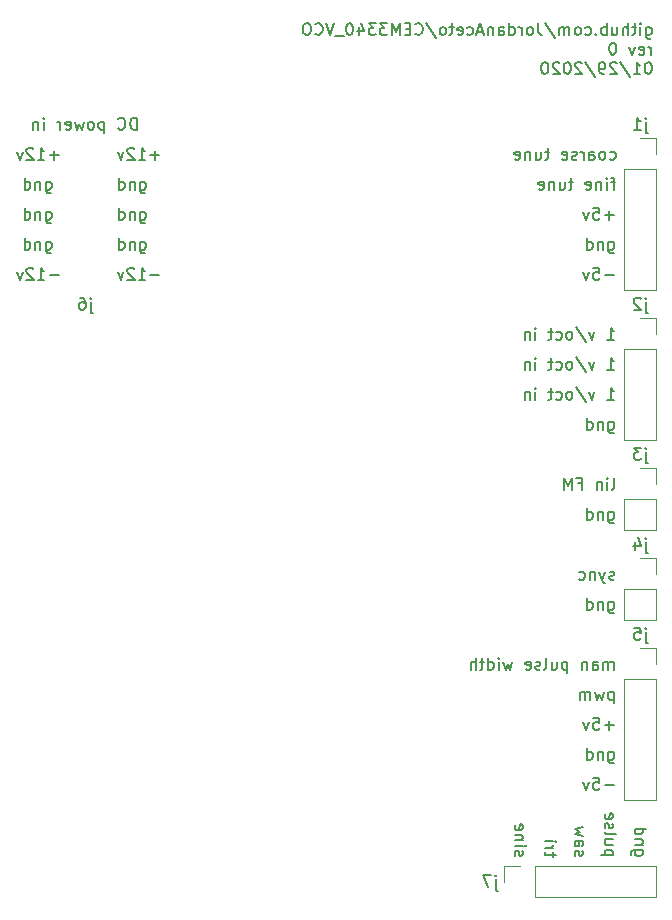
<source format=gbr>
G04 #@! TF.GenerationSoftware,KiCad,Pcbnew,5.1.5-52549c5~84~ubuntu18.04.1*
G04 #@! TF.CreationDate,2020-01-29T17:28:10-05:00*
G04 #@! TF.ProjectId,CEM3340_VCO,43454d33-3334-4305-9f56-434f2e6b6963,rev?*
G04 #@! TF.SameCoordinates,Original*
G04 #@! TF.FileFunction,Legend,Bot*
G04 #@! TF.FilePolarity,Positive*
%FSLAX46Y46*%
G04 Gerber Fmt 4.6, Leading zero omitted, Abs format (unit mm)*
G04 Created by KiCad (PCBNEW 5.1.5-52549c5~84~ubuntu18.04.1) date 2020-01-29 17:28:10*
%MOMM*%
%LPD*%
G04 APERTURE LIST*
%ADD10C,0.150000*%
%ADD11C,0.120000*%
G04 APERTURE END LIST*
D10*
X130045833Y-52745714D02*
X130045833Y-53555238D01*
X130093452Y-53650476D01*
X130141071Y-53698095D01*
X130236309Y-53745714D01*
X130379166Y-53745714D01*
X130474404Y-53698095D01*
X130045833Y-53364761D02*
X130141071Y-53412380D01*
X130331547Y-53412380D01*
X130426785Y-53364761D01*
X130474404Y-53317142D01*
X130522023Y-53221904D01*
X130522023Y-52936190D01*
X130474404Y-52840952D01*
X130426785Y-52793333D01*
X130331547Y-52745714D01*
X130141071Y-52745714D01*
X130045833Y-52793333D01*
X129569642Y-53412380D02*
X129569642Y-52745714D01*
X129569642Y-52412380D02*
X129617261Y-52460000D01*
X129569642Y-52507619D01*
X129522023Y-52460000D01*
X129569642Y-52412380D01*
X129569642Y-52507619D01*
X129236309Y-52745714D02*
X128855357Y-52745714D01*
X129093452Y-52412380D02*
X129093452Y-53269523D01*
X129045833Y-53364761D01*
X128950595Y-53412380D01*
X128855357Y-53412380D01*
X128522023Y-53412380D02*
X128522023Y-52412380D01*
X128093452Y-53412380D02*
X128093452Y-52888571D01*
X128141071Y-52793333D01*
X128236309Y-52745714D01*
X128379166Y-52745714D01*
X128474404Y-52793333D01*
X128522023Y-52840952D01*
X127188690Y-52745714D02*
X127188690Y-53412380D01*
X127617261Y-52745714D02*
X127617261Y-53269523D01*
X127569642Y-53364761D01*
X127474404Y-53412380D01*
X127331547Y-53412380D01*
X127236309Y-53364761D01*
X127188690Y-53317142D01*
X126712500Y-53412380D02*
X126712500Y-52412380D01*
X126712500Y-52793333D02*
X126617261Y-52745714D01*
X126426785Y-52745714D01*
X126331547Y-52793333D01*
X126283928Y-52840952D01*
X126236309Y-52936190D01*
X126236309Y-53221904D01*
X126283928Y-53317142D01*
X126331547Y-53364761D01*
X126426785Y-53412380D01*
X126617261Y-53412380D01*
X126712500Y-53364761D01*
X125807738Y-53317142D02*
X125760119Y-53364761D01*
X125807738Y-53412380D01*
X125855357Y-53364761D01*
X125807738Y-53317142D01*
X125807738Y-53412380D01*
X124902976Y-53364761D02*
X124998214Y-53412380D01*
X125188690Y-53412380D01*
X125283928Y-53364761D01*
X125331547Y-53317142D01*
X125379166Y-53221904D01*
X125379166Y-52936190D01*
X125331547Y-52840952D01*
X125283928Y-52793333D01*
X125188690Y-52745714D01*
X124998214Y-52745714D01*
X124902976Y-52793333D01*
X124331547Y-53412380D02*
X124426785Y-53364761D01*
X124474404Y-53317142D01*
X124522023Y-53221904D01*
X124522023Y-52936190D01*
X124474404Y-52840952D01*
X124426785Y-52793333D01*
X124331547Y-52745714D01*
X124188690Y-52745714D01*
X124093452Y-52793333D01*
X124045833Y-52840952D01*
X123998214Y-52936190D01*
X123998214Y-53221904D01*
X124045833Y-53317142D01*
X124093452Y-53364761D01*
X124188690Y-53412380D01*
X124331547Y-53412380D01*
X123569642Y-53412380D02*
X123569642Y-52745714D01*
X123569642Y-52840952D02*
X123522023Y-52793333D01*
X123426785Y-52745714D01*
X123283928Y-52745714D01*
X123188690Y-52793333D01*
X123141071Y-52888571D01*
X123141071Y-53412380D01*
X123141071Y-52888571D02*
X123093452Y-52793333D01*
X122998214Y-52745714D01*
X122855357Y-52745714D01*
X122760119Y-52793333D01*
X122712500Y-52888571D01*
X122712500Y-53412380D01*
X121522023Y-52364761D02*
X122379166Y-53650476D01*
X120902976Y-52412380D02*
X120902976Y-53126666D01*
X120950595Y-53269523D01*
X121045833Y-53364761D01*
X121188690Y-53412380D01*
X121283928Y-53412380D01*
X120283928Y-53412380D02*
X120379166Y-53364761D01*
X120426785Y-53317142D01*
X120474404Y-53221904D01*
X120474404Y-52936190D01*
X120426785Y-52840952D01*
X120379166Y-52793333D01*
X120283928Y-52745714D01*
X120141071Y-52745714D01*
X120045833Y-52793333D01*
X119998214Y-52840952D01*
X119950595Y-52936190D01*
X119950595Y-53221904D01*
X119998214Y-53317142D01*
X120045833Y-53364761D01*
X120141071Y-53412380D01*
X120283928Y-53412380D01*
X119522023Y-53412380D02*
X119522023Y-52745714D01*
X119522023Y-52936190D02*
X119474404Y-52840952D01*
X119426785Y-52793333D01*
X119331547Y-52745714D01*
X119236309Y-52745714D01*
X118474404Y-53412380D02*
X118474404Y-52412380D01*
X118474404Y-53364761D02*
X118569642Y-53412380D01*
X118760119Y-53412380D01*
X118855357Y-53364761D01*
X118902976Y-53317142D01*
X118950595Y-53221904D01*
X118950595Y-52936190D01*
X118902976Y-52840952D01*
X118855357Y-52793333D01*
X118760119Y-52745714D01*
X118569642Y-52745714D01*
X118474404Y-52793333D01*
X117569642Y-53412380D02*
X117569642Y-52888571D01*
X117617261Y-52793333D01*
X117712500Y-52745714D01*
X117902976Y-52745714D01*
X117998214Y-52793333D01*
X117569642Y-53364761D02*
X117664880Y-53412380D01*
X117902976Y-53412380D01*
X117998214Y-53364761D01*
X118045833Y-53269523D01*
X118045833Y-53174285D01*
X117998214Y-53079047D01*
X117902976Y-53031428D01*
X117664880Y-53031428D01*
X117569642Y-52983809D01*
X117093452Y-52745714D02*
X117093452Y-53412380D01*
X117093452Y-52840952D02*
X117045833Y-52793333D01*
X116950595Y-52745714D01*
X116807738Y-52745714D01*
X116712500Y-52793333D01*
X116664880Y-52888571D01*
X116664880Y-53412380D01*
X116236309Y-53126666D02*
X115760119Y-53126666D01*
X116331547Y-53412380D02*
X115998214Y-52412380D01*
X115664880Y-53412380D01*
X114902976Y-53364761D02*
X114998214Y-53412380D01*
X115188690Y-53412380D01*
X115283928Y-53364761D01*
X115331547Y-53317142D01*
X115379166Y-53221904D01*
X115379166Y-52936190D01*
X115331547Y-52840952D01*
X115283928Y-52793333D01*
X115188690Y-52745714D01*
X114998214Y-52745714D01*
X114902976Y-52793333D01*
X114093452Y-53364761D02*
X114188690Y-53412380D01*
X114379166Y-53412380D01*
X114474404Y-53364761D01*
X114522023Y-53269523D01*
X114522023Y-52888571D01*
X114474404Y-52793333D01*
X114379166Y-52745714D01*
X114188690Y-52745714D01*
X114093452Y-52793333D01*
X114045833Y-52888571D01*
X114045833Y-52983809D01*
X114522023Y-53079047D01*
X113760119Y-52745714D02*
X113379166Y-52745714D01*
X113617261Y-52412380D02*
X113617261Y-53269523D01*
X113569642Y-53364761D01*
X113474404Y-53412380D01*
X113379166Y-53412380D01*
X112902976Y-53412380D02*
X112998214Y-53364761D01*
X113045833Y-53317142D01*
X113093452Y-53221904D01*
X113093452Y-52936190D01*
X113045833Y-52840952D01*
X112998214Y-52793333D01*
X112902976Y-52745714D01*
X112760119Y-52745714D01*
X112664880Y-52793333D01*
X112617261Y-52840952D01*
X112569642Y-52936190D01*
X112569642Y-53221904D01*
X112617261Y-53317142D01*
X112664880Y-53364761D01*
X112760119Y-53412380D01*
X112902976Y-53412380D01*
X111426785Y-52364761D02*
X112283928Y-53650476D01*
X110522023Y-53317142D02*
X110569642Y-53364761D01*
X110712500Y-53412380D01*
X110807738Y-53412380D01*
X110950595Y-53364761D01*
X111045833Y-53269523D01*
X111093452Y-53174285D01*
X111141071Y-52983809D01*
X111141071Y-52840952D01*
X111093452Y-52650476D01*
X111045833Y-52555238D01*
X110950595Y-52460000D01*
X110807738Y-52412380D01*
X110712500Y-52412380D01*
X110569642Y-52460000D01*
X110522023Y-52507619D01*
X110093452Y-52888571D02*
X109760119Y-52888571D01*
X109617261Y-53412380D02*
X110093452Y-53412380D01*
X110093452Y-52412380D01*
X109617261Y-52412380D01*
X109188690Y-53412380D02*
X109188690Y-52412380D01*
X108855357Y-53126666D01*
X108522023Y-52412380D01*
X108522023Y-53412380D01*
X108141071Y-52412380D02*
X107522023Y-52412380D01*
X107855357Y-52793333D01*
X107712500Y-52793333D01*
X107617261Y-52840952D01*
X107569642Y-52888571D01*
X107522023Y-52983809D01*
X107522023Y-53221904D01*
X107569642Y-53317142D01*
X107617261Y-53364761D01*
X107712500Y-53412380D01*
X107998214Y-53412380D01*
X108093452Y-53364761D01*
X108141071Y-53317142D01*
X107188690Y-52412380D02*
X106569642Y-52412380D01*
X106902976Y-52793333D01*
X106760119Y-52793333D01*
X106664880Y-52840952D01*
X106617261Y-52888571D01*
X106569642Y-52983809D01*
X106569642Y-53221904D01*
X106617261Y-53317142D01*
X106664880Y-53364761D01*
X106760119Y-53412380D01*
X107045833Y-53412380D01*
X107141071Y-53364761D01*
X107188690Y-53317142D01*
X105712500Y-52745714D02*
X105712500Y-53412380D01*
X105950595Y-52364761D02*
X106188690Y-53079047D01*
X105569642Y-53079047D01*
X104998214Y-52412380D02*
X104902976Y-52412380D01*
X104807738Y-52460000D01*
X104760119Y-52507619D01*
X104712500Y-52602857D01*
X104664880Y-52793333D01*
X104664880Y-53031428D01*
X104712500Y-53221904D01*
X104760119Y-53317142D01*
X104807738Y-53364761D01*
X104902976Y-53412380D01*
X104998214Y-53412380D01*
X105093452Y-53364761D01*
X105141071Y-53317142D01*
X105188690Y-53221904D01*
X105236309Y-53031428D01*
X105236309Y-52793333D01*
X105188690Y-52602857D01*
X105141071Y-52507619D01*
X105093452Y-52460000D01*
X104998214Y-52412380D01*
X104474404Y-53507619D02*
X103712500Y-53507619D01*
X103617261Y-52412380D02*
X103283928Y-53412380D01*
X102950595Y-52412380D01*
X102045833Y-53317142D02*
X102093452Y-53364761D01*
X102236309Y-53412380D01*
X102331547Y-53412380D01*
X102474404Y-53364761D01*
X102569642Y-53269523D01*
X102617261Y-53174285D01*
X102664880Y-52983809D01*
X102664880Y-52840952D01*
X102617261Y-52650476D01*
X102569642Y-52555238D01*
X102474404Y-52460000D01*
X102331547Y-52412380D01*
X102236309Y-52412380D01*
X102093452Y-52460000D01*
X102045833Y-52507619D01*
X101426785Y-52412380D02*
X101236309Y-52412380D01*
X101141071Y-52460000D01*
X101045833Y-52555238D01*
X100998214Y-52745714D01*
X100998214Y-53079047D01*
X101045833Y-53269523D01*
X101141071Y-53364761D01*
X101236309Y-53412380D01*
X101426785Y-53412380D01*
X101522023Y-53364761D01*
X101617261Y-53269523D01*
X101664880Y-53079047D01*
X101664880Y-52745714D01*
X101617261Y-52555238D01*
X101522023Y-52460000D01*
X101426785Y-52412380D01*
X130474404Y-55062380D02*
X130474404Y-54395714D01*
X130474404Y-54586190D02*
X130426785Y-54490952D01*
X130379166Y-54443333D01*
X130283928Y-54395714D01*
X130188690Y-54395714D01*
X129474404Y-55014761D02*
X129569642Y-55062380D01*
X129760119Y-55062380D01*
X129855357Y-55014761D01*
X129902976Y-54919523D01*
X129902976Y-54538571D01*
X129855357Y-54443333D01*
X129760119Y-54395714D01*
X129569642Y-54395714D01*
X129474404Y-54443333D01*
X129426785Y-54538571D01*
X129426785Y-54633809D01*
X129902976Y-54729047D01*
X129093452Y-54395714D02*
X128855357Y-55062380D01*
X128617261Y-54395714D01*
X127283928Y-54062380D02*
X127188690Y-54062380D01*
X127093452Y-54110000D01*
X127045833Y-54157619D01*
X126998214Y-54252857D01*
X126950595Y-54443333D01*
X126950595Y-54681428D01*
X126998214Y-54871904D01*
X127045833Y-54967142D01*
X127093452Y-55014761D01*
X127188690Y-55062380D01*
X127283928Y-55062380D01*
X127379166Y-55014761D01*
X127426785Y-54967142D01*
X127474404Y-54871904D01*
X127522023Y-54681428D01*
X127522023Y-54443333D01*
X127474404Y-54252857D01*
X127426785Y-54157619D01*
X127379166Y-54110000D01*
X127283928Y-54062380D01*
X130283928Y-55712380D02*
X130188690Y-55712380D01*
X130093452Y-55760000D01*
X130045833Y-55807619D01*
X129998214Y-55902857D01*
X129950595Y-56093333D01*
X129950595Y-56331428D01*
X129998214Y-56521904D01*
X130045833Y-56617142D01*
X130093452Y-56664761D01*
X130188690Y-56712380D01*
X130283928Y-56712380D01*
X130379166Y-56664761D01*
X130426785Y-56617142D01*
X130474404Y-56521904D01*
X130522023Y-56331428D01*
X130522023Y-56093333D01*
X130474404Y-55902857D01*
X130426785Y-55807619D01*
X130379166Y-55760000D01*
X130283928Y-55712380D01*
X128998214Y-56712380D02*
X129569642Y-56712380D01*
X129283928Y-56712380D02*
X129283928Y-55712380D01*
X129379166Y-55855238D01*
X129474404Y-55950476D01*
X129569642Y-55998095D01*
X127855357Y-55664761D02*
X128712500Y-56950476D01*
X127569642Y-55807619D02*
X127522023Y-55760000D01*
X127426785Y-55712380D01*
X127188690Y-55712380D01*
X127093452Y-55760000D01*
X127045833Y-55807619D01*
X126998214Y-55902857D01*
X126998214Y-55998095D01*
X127045833Y-56140952D01*
X127617261Y-56712380D01*
X126998214Y-56712380D01*
X126522023Y-56712380D02*
X126331547Y-56712380D01*
X126236309Y-56664761D01*
X126188690Y-56617142D01*
X126093452Y-56474285D01*
X126045833Y-56283809D01*
X126045833Y-55902857D01*
X126093452Y-55807619D01*
X126141071Y-55760000D01*
X126236309Y-55712380D01*
X126426785Y-55712380D01*
X126522023Y-55760000D01*
X126569642Y-55807619D01*
X126617261Y-55902857D01*
X126617261Y-56140952D01*
X126569642Y-56236190D01*
X126522023Y-56283809D01*
X126426785Y-56331428D01*
X126236309Y-56331428D01*
X126141071Y-56283809D01*
X126093452Y-56236190D01*
X126045833Y-56140952D01*
X124902976Y-55664761D02*
X125760119Y-56950476D01*
X124617261Y-55807619D02*
X124569642Y-55760000D01*
X124474404Y-55712380D01*
X124236309Y-55712380D01*
X124141071Y-55760000D01*
X124093452Y-55807619D01*
X124045833Y-55902857D01*
X124045833Y-55998095D01*
X124093452Y-56140952D01*
X124664880Y-56712380D01*
X124045833Y-56712380D01*
X123426785Y-55712380D02*
X123331547Y-55712380D01*
X123236309Y-55760000D01*
X123188690Y-55807619D01*
X123141071Y-55902857D01*
X123093452Y-56093333D01*
X123093452Y-56331428D01*
X123141071Y-56521904D01*
X123188690Y-56617142D01*
X123236309Y-56664761D01*
X123331547Y-56712380D01*
X123426785Y-56712380D01*
X123522023Y-56664761D01*
X123569642Y-56617142D01*
X123617261Y-56521904D01*
X123664880Y-56331428D01*
X123664880Y-56093333D01*
X123617261Y-55902857D01*
X123569642Y-55807619D01*
X123522023Y-55760000D01*
X123426785Y-55712380D01*
X122712500Y-55807619D02*
X122664880Y-55760000D01*
X122569642Y-55712380D01*
X122331547Y-55712380D01*
X122236309Y-55760000D01*
X122188690Y-55807619D01*
X122141071Y-55902857D01*
X122141071Y-55998095D01*
X122188690Y-56140952D01*
X122760119Y-56712380D01*
X122141071Y-56712380D01*
X121522023Y-55712380D02*
X121426785Y-55712380D01*
X121331547Y-55760000D01*
X121283928Y-55807619D01*
X121236309Y-55902857D01*
X121188690Y-56093333D01*
X121188690Y-56331428D01*
X121236309Y-56521904D01*
X121283928Y-56617142D01*
X121331547Y-56664761D01*
X121426785Y-56712380D01*
X121522023Y-56712380D01*
X121617261Y-56664761D01*
X121664880Y-56617142D01*
X121712500Y-56521904D01*
X121760119Y-56331428D01*
X121760119Y-56093333D01*
X121712500Y-55902857D01*
X121664880Y-55807619D01*
X121617261Y-55760000D01*
X121522023Y-55712380D01*
X83026190Y-75985714D02*
X83026190Y-76842857D01*
X83073809Y-76938095D01*
X83169047Y-76985714D01*
X83216666Y-76985714D01*
X83026190Y-75652380D02*
X83073809Y-75700000D01*
X83026190Y-75747619D01*
X82978571Y-75700000D01*
X83026190Y-75652380D01*
X83026190Y-75747619D01*
X82121428Y-75652380D02*
X82311904Y-75652380D01*
X82407142Y-75700000D01*
X82454761Y-75747619D01*
X82550000Y-75890476D01*
X82597619Y-76080952D01*
X82597619Y-76461904D01*
X82550000Y-76557142D01*
X82502380Y-76604761D01*
X82407142Y-76652380D01*
X82216666Y-76652380D01*
X82121428Y-76604761D01*
X82073809Y-76557142D01*
X82026190Y-76461904D01*
X82026190Y-76223809D01*
X82073809Y-76128571D01*
X82121428Y-76080952D01*
X82216666Y-76033333D01*
X82407142Y-76033333D01*
X82502380Y-76080952D01*
X82550000Y-76128571D01*
X82597619Y-76223809D01*
X117316190Y-124880714D02*
X117316190Y-125737857D01*
X117363809Y-125833095D01*
X117459047Y-125880714D01*
X117506666Y-125880714D01*
X117316190Y-124547380D02*
X117363809Y-124595000D01*
X117316190Y-124642619D01*
X117268571Y-124595000D01*
X117316190Y-124547380D01*
X117316190Y-124642619D01*
X116935238Y-124547380D02*
X116268571Y-124547380D01*
X116697142Y-125547380D01*
X130016190Y-103925714D02*
X130016190Y-104782857D01*
X130063809Y-104878095D01*
X130159047Y-104925714D01*
X130206666Y-104925714D01*
X130016190Y-103592380D02*
X130063809Y-103640000D01*
X130016190Y-103687619D01*
X129968571Y-103640000D01*
X130016190Y-103592380D01*
X130016190Y-103687619D01*
X129063809Y-103592380D02*
X129540000Y-103592380D01*
X129587619Y-104068571D01*
X129540000Y-104020952D01*
X129444761Y-103973333D01*
X129206666Y-103973333D01*
X129111428Y-104020952D01*
X129063809Y-104068571D01*
X129016190Y-104163809D01*
X129016190Y-104401904D01*
X129063809Y-104497142D01*
X129111428Y-104544761D01*
X129206666Y-104592380D01*
X129444761Y-104592380D01*
X129540000Y-104544761D01*
X129587619Y-104497142D01*
X130016190Y-96305714D02*
X130016190Y-97162857D01*
X130063809Y-97258095D01*
X130159047Y-97305714D01*
X130206666Y-97305714D01*
X130016190Y-95972380D02*
X130063809Y-96020000D01*
X130016190Y-96067619D01*
X129968571Y-96020000D01*
X130016190Y-95972380D01*
X130016190Y-96067619D01*
X129111428Y-96305714D02*
X129111428Y-96972380D01*
X129349523Y-95924761D02*
X129587619Y-96639047D01*
X128968571Y-96639047D01*
X130016190Y-88685714D02*
X130016190Y-89542857D01*
X130063809Y-89638095D01*
X130159047Y-89685714D01*
X130206666Y-89685714D01*
X130016190Y-88352380D02*
X130063809Y-88400000D01*
X130016190Y-88447619D01*
X129968571Y-88400000D01*
X130016190Y-88352380D01*
X130016190Y-88447619D01*
X129635238Y-88352380D02*
X129016190Y-88352380D01*
X129349523Y-88733333D01*
X129206666Y-88733333D01*
X129111428Y-88780952D01*
X129063809Y-88828571D01*
X129016190Y-88923809D01*
X129016190Y-89161904D01*
X129063809Y-89257142D01*
X129111428Y-89304761D01*
X129206666Y-89352380D01*
X129492380Y-89352380D01*
X129587619Y-89304761D01*
X129635238Y-89257142D01*
X130016190Y-75985714D02*
X130016190Y-76842857D01*
X130063809Y-76938095D01*
X130159047Y-76985714D01*
X130206666Y-76985714D01*
X130016190Y-75652380D02*
X130063809Y-75700000D01*
X130016190Y-75747619D01*
X129968571Y-75700000D01*
X130016190Y-75652380D01*
X130016190Y-75747619D01*
X129587619Y-75747619D02*
X129540000Y-75700000D01*
X129444761Y-75652380D01*
X129206666Y-75652380D01*
X129111428Y-75700000D01*
X129063809Y-75747619D01*
X129016190Y-75842857D01*
X129016190Y-75938095D01*
X129063809Y-76080952D01*
X129635238Y-76652380D01*
X129016190Y-76652380D01*
X130016190Y-60745714D02*
X130016190Y-61602857D01*
X130063809Y-61698095D01*
X130159047Y-61745714D01*
X130206666Y-61745714D01*
X130016190Y-60412380D02*
X130063809Y-60460000D01*
X130016190Y-60507619D01*
X129968571Y-60460000D01*
X130016190Y-60412380D01*
X130016190Y-60507619D01*
X129016190Y-61412380D02*
X129587619Y-61412380D01*
X129301904Y-61412380D02*
X129301904Y-60412380D01*
X129397142Y-60555238D01*
X129492380Y-60650476D01*
X129587619Y-60698095D01*
X86930952Y-61412380D02*
X86930952Y-60412380D01*
X86692857Y-60412380D01*
X86550000Y-60460000D01*
X86454761Y-60555238D01*
X86407142Y-60650476D01*
X86359523Y-60840952D01*
X86359523Y-60983809D01*
X86407142Y-61174285D01*
X86454761Y-61269523D01*
X86550000Y-61364761D01*
X86692857Y-61412380D01*
X86930952Y-61412380D01*
X85359523Y-61317142D02*
X85407142Y-61364761D01*
X85550000Y-61412380D01*
X85645238Y-61412380D01*
X85788095Y-61364761D01*
X85883333Y-61269523D01*
X85930952Y-61174285D01*
X85978571Y-60983809D01*
X85978571Y-60840952D01*
X85930952Y-60650476D01*
X85883333Y-60555238D01*
X85788095Y-60460000D01*
X85645238Y-60412380D01*
X85550000Y-60412380D01*
X85407142Y-60460000D01*
X85359523Y-60507619D01*
X84169047Y-60745714D02*
X84169047Y-61745714D01*
X84169047Y-60793333D02*
X84073809Y-60745714D01*
X83883333Y-60745714D01*
X83788095Y-60793333D01*
X83740476Y-60840952D01*
X83692857Y-60936190D01*
X83692857Y-61221904D01*
X83740476Y-61317142D01*
X83788095Y-61364761D01*
X83883333Y-61412380D01*
X84073809Y-61412380D01*
X84169047Y-61364761D01*
X83121428Y-61412380D02*
X83216666Y-61364761D01*
X83264285Y-61317142D01*
X83311904Y-61221904D01*
X83311904Y-60936190D01*
X83264285Y-60840952D01*
X83216666Y-60793333D01*
X83121428Y-60745714D01*
X82978571Y-60745714D01*
X82883333Y-60793333D01*
X82835714Y-60840952D01*
X82788095Y-60936190D01*
X82788095Y-61221904D01*
X82835714Y-61317142D01*
X82883333Y-61364761D01*
X82978571Y-61412380D01*
X83121428Y-61412380D01*
X82454761Y-60745714D02*
X82264285Y-61412380D01*
X82073809Y-60936190D01*
X81883333Y-61412380D01*
X81692857Y-60745714D01*
X80930952Y-61364761D02*
X81026190Y-61412380D01*
X81216666Y-61412380D01*
X81311904Y-61364761D01*
X81359523Y-61269523D01*
X81359523Y-60888571D01*
X81311904Y-60793333D01*
X81216666Y-60745714D01*
X81026190Y-60745714D01*
X80930952Y-60793333D01*
X80883333Y-60888571D01*
X80883333Y-60983809D01*
X81359523Y-61079047D01*
X80454761Y-61412380D02*
X80454761Y-60745714D01*
X80454761Y-60936190D02*
X80407142Y-60840952D01*
X80359523Y-60793333D01*
X80264285Y-60745714D01*
X80169047Y-60745714D01*
X79073809Y-61412380D02*
X79073809Y-60745714D01*
X79073809Y-60412380D02*
X79121428Y-60460000D01*
X79073809Y-60507619D01*
X79026190Y-60460000D01*
X79073809Y-60412380D01*
X79073809Y-60507619D01*
X78597619Y-60745714D02*
X78597619Y-61412380D01*
X78597619Y-60840952D02*
X78550000Y-60793333D01*
X78454761Y-60745714D01*
X78311904Y-60745714D01*
X78216666Y-60793333D01*
X78169047Y-60888571D01*
X78169047Y-61412380D01*
X80309404Y-73731428D02*
X79547500Y-73731428D01*
X78547500Y-74112380D02*
X79118928Y-74112380D01*
X78833214Y-74112380D02*
X78833214Y-73112380D01*
X78928452Y-73255238D01*
X79023690Y-73350476D01*
X79118928Y-73398095D01*
X78166547Y-73207619D02*
X78118928Y-73160000D01*
X78023690Y-73112380D01*
X77785595Y-73112380D01*
X77690357Y-73160000D01*
X77642738Y-73207619D01*
X77595119Y-73302857D01*
X77595119Y-73398095D01*
X77642738Y-73540952D01*
X78214166Y-74112380D01*
X77595119Y-74112380D01*
X77261785Y-73445714D02*
X77023690Y-74112380D01*
X76785595Y-73445714D01*
X88854166Y-73731428D02*
X88092261Y-73731428D01*
X87092261Y-74112380D02*
X87663690Y-74112380D01*
X87377976Y-74112380D02*
X87377976Y-73112380D01*
X87473214Y-73255238D01*
X87568452Y-73350476D01*
X87663690Y-73398095D01*
X86711309Y-73207619D02*
X86663690Y-73160000D01*
X86568452Y-73112380D01*
X86330357Y-73112380D01*
X86235119Y-73160000D01*
X86187500Y-73207619D01*
X86139880Y-73302857D01*
X86139880Y-73398095D01*
X86187500Y-73540952D01*
X86758928Y-74112380D01*
X86139880Y-74112380D01*
X85806547Y-73445714D02*
X85568452Y-74112380D01*
X85330357Y-73445714D01*
X80309404Y-63571428D02*
X79547500Y-63571428D01*
X79928452Y-63952380D02*
X79928452Y-63190476D01*
X78547500Y-63952380D02*
X79118928Y-63952380D01*
X78833214Y-63952380D02*
X78833214Y-62952380D01*
X78928452Y-63095238D01*
X79023690Y-63190476D01*
X79118928Y-63238095D01*
X78166547Y-63047619D02*
X78118928Y-63000000D01*
X78023690Y-62952380D01*
X77785595Y-62952380D01*
X77690357Y-63000000D01*
X77642738Y-63047619D01*
X77595119Y-63142857D01*
X77595119Y-63238095D01*
X77642738Y-63380952D01*
X78214166Y-63952380D01*
X77595119Y-63952380D01*
X77261785Y-63285714D02*
X77023690Y-63952380D01*
X76785595Y-63285714D01*
X79245833Y-68365714D02*
X79245833Y-69175238D01*
X79293452Y-69270476D01*
X79341071Y-69318095D01*
X79436309Y-69365714D01*
X79579166Y-69365714D01*
X79674404Y-69318095D01*
X79245833Y-68984761D02*
X79341071Y-69032380D01*
X79531547Y-69032380D01*
X79626785Y-68984761D01*
X79674404Y-68937142D01*
X79722023Y-68841904D01*
X79722023Y-68556190D01*
X79674404Y-68460952D01*
X79626785Y-68413333D01*
X79531547Y-68365714D01*
X79341071Y-68365714D01*
X79245833Y-68413333D01*
X78769642Y-68365714D02*
X78769642Y-69032380D01*
X78769642Y-68460952D02*
X78722023Y-68413333D01*
X78626785Y-68365714D01*
X78483928Y-68365714D01*
X78388690Y-68413333D01*
X78341071Y-68508571D01*
X78341071Y-69032380D01*
X77436309Y-69032380D02*
X77436309Y-68032380D01*
X77436309Y-68984761D02*
X77531547Y-69032380D01*
X77722023Y-69032380D01*
X77817261Y-68984761D01*
X77864880Y-68937142D01*
X77912500Y-68841904D01*
X77912500Y-68556190D01*
X77864880Y-68460952D01*
X77817261Y-68413333D01*
X77722023Y-68365714D01*
X77531547Y-68365714D01*
X77436309Y-68413333D01*
X79245833Y-65825714D02*
X79245833Y-66635238D01*
X79293452Y-66730476D01*
X79341071Y-66778095D01*
X79436309Y-66825714D01*
X79579166Y-66825714D01*
X79674404Y-66778095D01*
X79245833Y-66444761D02*
X79341071Y-66492380D01*
X79531547Y-66492380D01*
X79626785Y-66444761D01*
X79674404Y-66397142D01*
X79722023Y-66301904D01*
X79722023Y-66016190D01*
X79674404Y-65920952D01*
X79626785Y-65873333D01*
X79531547Y-65825714D01*
X79341071Y-65825714D01*
X79245833Y-65873333D01*
X78769642Y-65825714D02*
X78769642Y-66492380D01*
X78769642Y-65920952D02*
X78722023Y-65873333D01*
X78626785Y-65825714D01*
X78483928Y-65825714D01*
X78388690Y-65873333D01*
X78341071Y-65968571D01*
X78341071Y-66492380D01*
X77436309Y-66492380D02*
X77436309Y-65492380D01*
X77436309Y-66444761D02*
X77531547Y-66492380D01*
X77722023Y-66492380D01*
X77817261Y-66444761D01*
X77864880Y-66397142D01*
X77912500Y-66301904D01*
X77912500Y-66016190D01*
X77864880Y-65920952D01*
X77817261Y-65873333D01*
X77722023Y-65825714D01*
X77531547Y-65825714D01*
X77436309Y-65873333D01*
X79245833Y-70905714D02*
X79245833Y-71715238D01*
X79293452Y-71810476D01*
X79341071Y-71858095D01*
X79436309Y-71905714D01*
X79579166Y-71905714D01*
X79674404Y-71858095D01*
X79245833Y-71524761D02*
X79341071Y-71572380D01*
X79531547Y-71572380D01*
X79626785Y-71524761D01*
X79674404Y-71477142D01*
X79722023Y-71381904D01*
X79722023Y-71096190D01*
X79674404Y-71000952D01*
X79626785Y-70953333D01*
X79531547Y-70905714D01*
X79341071Y-70905714D01*
X79245833Y-70953333D01*
X78769642Y-70905714D02*
X78769642Y-71572380D01*
X78769642Y-71000952D02*
X78722023Y-70953333D01*
X78626785Y-70905714D01*
X78483928Y-70905714D01*
X78388690Y-70953333D01*
X78341071Y-71048571D01*
X78341071Y-71572380D01*
X77436309Y-71572380D02*
X77436309Y-70572380D01*
X77436309Y-71524761D02*
X77531547Y-71572380D01*
X77722023Y-71572380D01*
X77817261Y-71524761D01*
X77864880Y-71477142D01*
X77912500Y-71381904D01*
X77912500Y-71096190D01*
X77864880Y-71000952D01*
X77817261Y-70953333D01*
X77722023Y-70905714D01*
X77531547Y-70905714D01*
X77436309Y-70953333D01*
X87235119Y-70905714D02*
X87235119Y-71715238D01*
X87282738Y-71810476D01*
X87330357Y-71858095D01*
X87425595Y-71905714D01*
X87568452Y-71905714D01*
X87663690Y-71858095D01*
X87235119Y-71524761D02*
X87330357Y-71572380D01*
X87520833Y-71572380D01*
X87616071Y-71524761D01*
X87663690Y-71477142D01*
X87711309Y-71381904D01*
X87711309Y-71096190D01*
X87663690Y-71000952D01*
X87616071Y-70953333D01*
X87520833Y-70905714D01*
X87330357Y-70905714D01*
X87235119Y-70953333D01*
X86758928Y-70905714D02*
X86758928Y-71572380D01*
X86758928Y-71000952D02*
X86711309Y-70953333D01*
X86616071Y-70905714D01*
X86473214Y-70905714D01*
X86377976Y-70953333D01*
X86330357Y-71048571D01*
X86330357Y-71572380D01*
X85425595Y-71572380D02*
X85425595Y-70572380D01*
X85425595Y-71524761D02*
X85520833Y-71572380D01*
X85711309Y-71572380D01*
X85806547Y-71524761D01*
X85854166Y-71477142D01*
X85901785Y-71381904D01*
X85901785Y-71096190D01*
X85854166Y-71000952D01*
X85806547Y-70953333D01*
X85711309Y-70905714D01*
X85520833Y-70905714D01*
X85425595Y-70953333D01*
X87235119Y-68365714D02*
X87235119Y-69175238D01*
X87282738Y-69270476D01*
X87330357Y-69318095D01*
X87425595Y-69365714D01*
X87568452Y-69365714D01*
X87663690Y-69318095D01*
X87235119Y-68984761D02*
X87330357Y-69032380D01*
X87520833Y-69032380D01*
X87616071Y-68984761D01*
X87663690Y-68937142D01*
X87711309Y-68841904D01*
X87711309Y-68556190D01*
X87663690Y-68460952D01*
X87616071Y-68413333D01*
X87520833Y-68365714D01*
X87330357Y-68365714D01*
X87235119Y-68413333D01*
X86758928Y-68365714D02*
X86758928Y-69032380D01*
X86758928Y-68460952D02*
X86711309Y-68413333D01*
X86616071Y-68365714D01*
X86473214Y-68365714D01*
X86377976Y-68413333D01*
X86330357Y-68508571D01*
X86330357Y-69032380D01*
X85425595Y-69032380D02*
X85425595Y-68032380D01*
X85425595Y-68984761D02*
X85520833Y-69032380D01*
X85711309Y-69032380D01*
X85806547Y-68984761D01*
X85854166Y-68937142D01*
X85901785Y-68841904D01*
X85901785Y-68556190D01*
X85854166Y-68460952D01*
X85806547Y-68413333D01*
X85711309Y-68365714D01*
X85520833Y-68365714D01*
X85425595Y-68413333D01*
X87235119Y-65825714D02*
X87235119Y-66635238D01*
X87282738Y-66730476D01*
X87330357Y-66778095D01*
X87425595Y-66825714D01*
X87568452Y-66825714D01*
X87663690Y-66778095D01*
X87235119Y-66444761D02*
X87330357Y-66492380D01*
X87520833Y-66492380D01*
X87616071Y-66444761D01*
X87663690Y-66397142D01*
X87711309Y-66301904D01*
X87711309Y-66016190D01*
X87663690Y-65920952D01*
X87616071Y-65873333D01*
X87520833Y-65825714D01*
X87330357Y-65825714D01*
X87235119Y-65873333D01*
X86758928Y-65825714D02*
X86758928Y-66492380D01*
X86758928Y-65920952D02*
X86711309Y-65873333D01*
X86616071Y-65825714D01*
X86473214Y-65825714D01*
X86377976Y-65873333D01*
X86330357Y-65968571D01*
X86330357Y-66492380D01*
X85425595Y-66492380D02*
X85425595Y-65492380D01*
X85425595Y-66444761D02*
X85520833Y-66492380D01*
X85711309Y-66492380D01*
X85806547Y-66444761D01*
X85854166Y-66397142D01*
X85901785Y-66301904D01*
X85901785Y-66016190D01*
X85854166Y-65920952D01*
X85806547Y-65873333D01*
X85711309Y-65825714D01*
X85520833Y-65825714D01*
X85425595Y-65873333D01*
X88854166Y-63571428D02*
X88092261Y-63571428D01*
X88473214Y-63952380D02*
X88473214Y-63190476D01*
X87092261Y-63952380D02*
X87663690Y-63952380D01*
X87377976Y-63952380D02*
X87377976Y-62952380D01*
X87473214Y-63095238D01*
X87568452Y-63190476D01*
X87663690Y-63238095D01*
X86711309Y-63047619D02*
X86663690Y-63000000D01*
X86568452Y-62952380D01*
X86330357Y-62952380D01*
X86235119Y-63000000D01*
X86187500Y-63047619D01*
X86139880Y-63142857D01*
X86139880Y-63238095D01*
X86187500Y-63380952D01*
X86758928Y-63952380D01*
X86139880Y-63952380D01*
X85806547Y-63285714D02*
X85568452Y-63952380D01*
X85330357Y-63285714D01*
X127299404Y-109005714D02*
X127299404Y-110005714D01*
X127299404Y-109053333D02*
X127204166Y-109005714D01*
X127013690Y-109005714D01*
X126918452Y-109053333D01*
X126870833Y-109100952D01*
X126823214Y-109196190D01*
X126823214Y-109481904D01*
X126870833Y-109577142D01*
X126918452Y-109624761D01*
X127013690Y-109672380D01*
X127204166Y-109672380D01*
X127299404Y-109624761D01*
X126489880Y-109005714D02*
X126299404Y-109672380D01*
X126108928Y-109196190D01*
X125918452Y-109672380D01*
X125727976Y-109005714D01*
X125347023Y-109672380D02*
X125347023Y-109005714D01*
X125347023Y-109100952D02*
X125299404Y-109053333D01*
X125204166Y-109005714D01*
X125061309Y-109005714D01*
X124966071Y-109053333D01*
X124918452Y-109148571D01*
X124918452Y-109672380D01*
X124918452Y-109148571D02*
X124870833Y-109053333D01*
X124775595Y-109005714D01*
X124632738Y-109005714D01*
X124537500Y-109053333D01*
X124489880Y-109148571D01*
X124489880Y-109672380D01*
X127299404Y-107132380D02*
X127299404Y-106465714D01*
X127299404Y-106560952D02*
X127251785Y-106513333D01*
X127156547Y-106465714D01*
X127013690Y-106465714D01*
X126918452Y-106513333D01*
X126870833Y-106608571D01*
X126870833Y-107132380D01*
X126870833Y-106608571D02*
X126823214Y-106513333D01*
X126727976Y-106465714D01*
X126585119Y-106465714D01*
X126489880Y-106513333D01*
X126442261Y-106608571D01*
X126442261Y-107132380D01*
X125537500Y-107132380D02*
X125537500Y-106608571D01*
X125585119Y-106513333D01*
X125680357Y-106465714D01*
X125870833Y-106465714D01*
X125966071Y-106513333D01*
X125537500Y-107084761D02*
X125632738Y-107132380D01*
X125870833Y-107132380D01*
X125966071Y-107084761D01*
X126013690Y-106989523D01*
X126013690Y-106894285D01*
X125966071Y-106799047D01*
X125870833Y-106751428D01*
X125632738Y-106751428D01*
X125537500Y-106703809D01*
X125061309Y-106465714D02*
X125061309Y-107132380D01*
X125061309Y-106560952D02*
X125013690Y-106513333D01*
X124918452Y-106465714D01*
X124775595Y-106465714D01*
X124680357Y-106513333D01*
X124632738Y-106608571D01*
X124632738Y-107132380D01*
X123394642Y-106465714D02*
X123394642Y-107465714D01*
X123394642Y-106513333D02*
X123299404Y-106465714D01*
X123108928Y-106465714D01*
X123013690Y-106513333D01*
X122966071Y-106560952D01*
X122918452Y-106656190D01*
X122918452Y-106941904D01*
X122966071Y-107037142D01*
X123013690Y-107084761D01*
X123108928Y-107132380D01*
X123299404Y-107132380D01*
X123394642Y-107084761D01*
X122061309Y-106465714D02*
X122061309Y-107132380D01*
X122489880Y-106465714D02*
X122489880Y-106989523D01*
X122442261Y-107084761D01*
X122347023Y-107132380D01*
X122204166Y-107132380D01*
X122108928Y-107084761D01*
X122061309Y-107037142D01*
X121442261Y-107132380D02*
X121537500Y-107084761D01*
X121585119Y-106989523D01*
X121585119Y-106132380D01*
X121108928Y-107084761D02*
X121013690Y-107132380D01*
X120823214Y-107132380D01*
X120727976Y-107084761D01*
X120680357Y-106989523D01*
X120680357Y-106941904D01*
X120727976Y-106846666D01*
X120823214Y-106799047D01*
X120966071Y-106799047D01*
X121061309Y-106751428D01*
X121108928Y-106656190D01*
X121108928Y-106608571D01*
X121061309Y-106513333D01*
X120966071Y-106465714D01*
X120823214Y-106465714D01*
X120727976Y-106513333D01*
X119870833Y-107084761D02*
X119966071Y-107132380D01*
X120156547Y-107132380D01*
X120251785Y-107084761D01*
X120299404Y-106989523D01*
X120299404Y-106608571D01*
X120251785Y-106513333D01*
X120156547Y-106465714D01*
X119966071Y-106465714D01*
X119870833Y-106513333D01*
X119823214Y-106608571D01*
X119823214Y-106703809D01*
X120299404Y-106799047D01*
X118727976Y-106465714D02*
X118537500Y-107132380D01*
X118347023Y-106656190D01*
X118156547Y-107132380D01*
X117966071Y-106465714D01*
X117585119Y-107132380D02*
X117585119Y-106465714D01*
X117585119Y-106132380D02*
X117632738Y-106180000D01*
X117585119Y-106227619D01*
X117537500Y-106180000D01*
X117585119Y-106132380D01*
X117585119Y-106227619D01*
X116680357Y-107132380D02*
X116680357Y-106132380D01*
X116680357Y-107084761D02*
X116775595Y-107132380D01*
X116966071Y-107132380D01*
X117061309Y-107084761D01*
X117108928Y-107037142D01*
X117156547Y-106941904D01*
X117156547Y-106656190D01*
X117108928Y-106560952D01*
X117061309Y-106513333D01*
X116966071Y-106465714D01*
X116775595Y-106465714D01*
X116680357Y-106513333D01*
X116347023Y-106465714D02*
X115966071Y-106465714D01*
X116204166Y-106132380D02*
X116204166Y-106989523D01*
X116156547Y-107084761D01*
X116061309Y-107132380D01*
X115966071Y-107132380D01*
X115632738Y-107132380D02*
X115632738Y-106132380D01*
X115204166Y-107132380D02*
X115204166Y-106608571D01*
X115251785Y-106513333D01*
X115347023Y-106465714D01*
X115489880Y-106465714D01*
X115585119Y-106513333D01*
X115632738Y-106560952D01*
X127347023Y-99464761D02*
X127251785Y-99512380D01*
X127061309Y-99512380D01*
X126966071Y-99464761D01*
X126918452Y-99369523D01*
X126918452Y-99321904D01*
X126966071Y-99226666D01*
X127061309Y-99179047D01*
X127204166Y-99179047D01*
X127299404Y-99131428D01*
X127347023Y-99036190D01*
X127347023Y-98988571D01*
X127299404Y-98893333D01*
X127204166Y-98845714D01*
X127061309Y-98845714D01*
X126966071Y-98893333D01*
X126585119Y-98845714D02*
X126347023Y-99512380D01*
X126108928Y-98845714D02*
X126347023Y-99512380D01*
X126442261Y-99750476D01*
X126489880Y-99798095D01*
X126585119Y-99845714D01*
X125727976Y-98845714D02*
X125727976Y-99512380D01*
X125727976Y-98940952D02*
X125680357Y-98893333D01*
X125585119Y-98845714D01*
X125442261Y-98845714D01*
X125347023Y-98893333D01*
X125299404Y-98988571D01*
X125299404Y-99512380D01*
X124394642Y-99464761D02*
X124489880Y-99512380D01*
X124680357Y-99512380D01*
X124775595Y-99464761D01*
X124823214Y-99417142D01*
X124870833Y-99321904D01*
X124870833Y-99036190D01*
X124823214Y-98940952D01*
X124775595Y-98893333D01*
X124680357Y-98845714D01*
X124489880Y-98845714D01*
X124394642Y-98893333D01*
X127156547Y-91892380D02*
X127251785Y-91844761D01*
X127299404Y-91749523D01*
X127299404Y-90892380D01*
X126775595Y-91892380D02*
X126775595Y-91225714D01*
X126775595Y-90892380D02*
X126823214Y-90940000D01*
X126775595Y-90987619D01*
X126727976Y-90940000D01*
X126775595Y-90892380D01*
X126775595Y-90987619D01*
X126299404Y-91225714D02*
X126299404Y-91892380D01*
X126299404Y-91320952D02*
X126251785Y-91273333D01*
X126156547Y-91225714D01*
X126013690Y-91225714D01*
X125918452Y-91273333D01*
X125870833Y-91368571D01*
X125870833Y-91892380D01*
X124299404Y-91368571D02*
X124632738Y-91368571D01*
X124632738Y-91892380D02*
X124632738Y-90892380D01*
X124156547Y-90892380D01*
X123775595Y-91892380D02*
X123775595Y-90892380D01*
X123442261Y-91606666D01*
X123108928Y-90892380D01*
X123108928Y-91892380D01*
X127214285Y-122854404D02*
X126214285Y-122854404D01*
X127166666Y-122854404D02*
X127214285Y-122759166D01*
X127214285Y-122568690D01*
X127166666Y-122473452D01*
X127119047Y-122425833D01*
X127023809Y-122378214D01*
X126738095Y-122378214D01*
X126642857Y-122425833D01*
X126595238Y-122473452D01*
X126547619Y-122568690D01*
X126547619Y-122759166D01*
X126595238Y-122854404D01*
X127214285Y-121521071D02*
X126547619Y-121521071D01*
X127214285Y-121949642D02*
X126690476Y-121949642D01*
X126595238Y-121902023D01*
X126547619Y-121806785D01*
X126547619Y-121663928D01*
X126595238Y-121568690D01*
X126642857Y-121521071D01*
X126547619Y-120902023D02*
X126595238Y-120997261D01*
X126690476Y-121044880D01*
X127547619Y-121044880D01*
X126595238Y-120568690D02*
X126547619Y-120473452D01*
X126547619Y-120282976D01*
X126595238Y-120187738D01*
X126690476Y-120140119D01*
X126738095Y-120140119D01*
X126833333Y-120187738D01*
X126880952Y-120282976D01*
X126880952Y-120425833D01*
X126928571Y-120521071D01*
X127023809Y-120568690D01*
X127071428Y-120568690D01*
X127166666Y-120521071D01*
X127214285Y-120425833D01*
X127214285Y-120282976D01*
X127166666Y-120187738D01*
X126595238Y-119330595D02*
X126547619Y-119425833D01*
X126547619Y-119616309D01*
X126595238Y-119711547D01*
X126690476Y-119759166D01*
X127071428Y-119759166D01*
X127166666Y-119711547D01*
X127214285Y-119616309D01*
X127214285Y-119425833D01*
X127166666Y-119330595D01*
X127071428Y-119282976D01*
X126976190Y-119282976D01*
X126880952Y-119759166D01*
X124055238Y-122902023D02*
X124007619Y-122806785D01*
X124007619Y-122616309D01*
X124055238Y-122521071D01*
X124150476Y-122473452D01*
X124198095Y-122473452D01*
X124293333Y-122521071D01*
X124340952Y-122616309D01*
X124340952Y-122759166D01*
X124388571Y-122854404D01*
X124483809Y-122902023D01*
X124531428Y-122902023D01*
X124626666Y-122854404D01*
X124674285Y-122759166D01*
X124674285Y-122616309D01*
X124626666Y-122521071D01*
X124007619Y-121616309D02*
X124531428Y-121616309D01*
X124626666Y-121663928D01*
X124674285Y-121759166D01*
X124674285Y-121949642D01*
X124626666Y-122044880D01*
X124055238Y-121616309D02*
X124007619Y-121711547D01*
X124007619Y-121949642D01*
X124055238Y-122044880D01*
X124150476Y-122092500D01*
X124245714Y-122092500D01*
X124340952Y-122044880D01*
X124388571Y-121949642D01*
X124388571Y-121711547D01*
X124436190Y-121616309D01*
X124674285Y-121235357D02*
X124007619Y-121044880D01*
X124483809Y-120854404D01*
X124007619Y-120663928D01*
X124674285Y-120473452D01*
X122134285Y-122997261D02*
X122134285Y-122616309D01*
X122467619Y-122854404D02*
X121610476Y-122854404D01*
X121515238Y-122806785D01*
X121467619Y-122711547D01*
X121467619Y-122616309D01*
X121467619Y-122282976D02*
X122134285Y-122282976D01*
X121943809Y-122282976D02*
X122039047Y-122235357D01*
X122086666Y-122187738D01*
X122134285Y-122092500D01*
X122134285Y-121997261D01*
X121467619Y-121663928D02*
X122134285Y-121663928D01*
X122467619Y-121663928D02*
X122420000Y-121711547D01*
X122372380Y-121663928D01*
X122420000Y-121616309D01*
X122467619Y-121663928D01*
X122372380Y-121663928D01*
X118975238Y-122902023D02*
X118927619Y-122806785D01*
X118927619Y-122616309D01*
X118975238Y-122521071D01*
X119070476Y-122473452D01*
X119118095Y-122473452D01*
X119213333Y-122521071D01*
X119260952Y-122616309D01*
X119260952Y-122759166D01*
X119308571Y-122854404D01*
X119403809Y-122902023D01*
X119451428Y-122902023D01*
X119546666Y-122854404D01*
X119594285Y-122759166D01*
X119594285Y-122616309D01*
X119546666Y-122521071D01*
X118927619Y-122044880D02*
X119594285Y-122044880D01*
X119927619Y-122044880D02*
X119880000Y-122092500D01*
X119832380Y-122044880D01*
X119880000Y-121997261D01*
X119927619Y-122044880D01*
X119832380Y-122044880D01*
X119594285Y-121568690D02*
X118927619Y-121568690D01*
X119499047Y-121568690D02*
X119546666Y-121521071D01*
X119594285Y-121425833D01*
X119594285Y-121282976D01*
X119546666Y-121187738D01*
X119451428Y-121140119D01*
X118927619Y-121140119D01*
X118975238Y-120282976D02*
X118927619Y-120378214D01*
X118927619Y-120568690D01*
X118975238Y-120663928D01*
X119070476Y-120711547D01*
X119451428Y-120711547D01*
X119546666Y-120663928D01*
X119594285Y-120568690D01*
X119594285Y-120378214D01*
X119546666Y-120282976D01*
X119451428Y-120235357D01*
X119356190Y-120235357D01*
X119260952Y-120711547D01*
X127299404Y-116911428D02*
X126537500Y-116911428D01*
X125585119Y-116292380D02*
X126061309Y-116292380D01*
X126108928Y-116768571D01*
X126061309Y-116720952D01*
X125966071Y-116673333D01*
X125727976Y-116673333D01*
X125632738Y-116720952D01*
X125585119Y-116768571D01*
X125537500Y-116863809D01*
X125537500Y-117101904D01*
X125585119Y-117197142D01*
X125632738Y-117244761D01*
X125727976Y-117292380D01*
X125966071Y-117292380D01*
X126061309Y-117244761D01*
X126108928Y-117197142D01*
X125204166Y-116625714D02*
X124966071Y-117292380D01*
X124727976Y-116625714D01*
X127299404Y-111831428D02*
X126537500Y-111831428D01*
X126918452Y-112212380D02*
X126918452Y-111450476D01*
X125585119Y-111212380D02*
X126061309Y-111212380D01*
X126108928Y-111688571D01*
X126061309Y-111640952D01*
X125966071Y-111593333D01*
X125727976Y-111593333D01*
X125632738Y-111640952D01*
X125585119Y-111688571D01*
X125537500Y-111783809D01*
X125537500Y-112021904D01*
X125585119Y-112117142D01*
X125632738Y-112164761D01*
X125727976Y-112212380D01*
X125966071Y-112212380D01*
X126061309Y-112164761D01*
X126108928Y-112117142D01*
X125204166Y-111545714D02*
X124966071Y-112212380D01*
X124727976Y-111545714D01*
X129754285Y-122425833D02*
X128944761Y-122425833D01*
X128849523Y-122473452D01*
X128801904Y-122521071D01*
X128754285Y-122616309D01*
X128754285Y-122759166D01*
X128801904Y-122854404D01*
X129135238Y-122425833D02*
X129087619Y-122521071D01*
X129087619Y-122711547D01*
X129135238Y-122806785D01*
X129182857Y-122854404D01*
X129278095Y-122902023D01*
X129563809Y-122902023D01*
X129659047Y-122854404D01*
X129706666Y-122806785D01*
X129754285Y-122711547D01*
X129754285Y-122521071D01*
X129706666Y-122425833D01*
X129754285Y-121949642D02*
X129087619Y-121949642D01*
X129659047Y-121949642D02*
X129706666Y-121902023D01*
X129754285Y-121806785D01*
X129754285Y-121663928D01*
X129706666Y-121568690D01*
X129611428Y-121521071D01*
X129087619Y-121521071D01*
X129087619Y-120616309D02*
X130087619Y-120616309D01*
X129135238Y-120616309D02*
X129087619Y-120711547D01*
X129087619Y-120902023D01*
X129135238Y-120997261D01*
X129182857Y-121044880D01*
X129278095Y-121092500D01*
X129563809Y-121092500D01*
X129659047Y-121044880D01*
X129706666Y-120997261D01*
X129754285Y-120902023D01*
X129754285Y-120711547D01*
X129706666Y-120616309D01*
X126870833Y-114085714D02*
X126870833Y-114895238D01*
X126918452Y-114990476D01*
X126966071Y-115038095D01*
X127061309Y-115085714D01*
X127204166Y-115085714D01*
X127299404Y-115038095D01*
X126870833Y-114704761D02*
X126966071Y-114752380D01*
X127156547Y-114752380D01*
X127251785Y-114704761D01*
X127299404Y-114657142D01*
X127347023Y-114561904D01*
X127347023Y-114276190D01*
X127299404Y-114180952D01*
X127251785Y-114133333D01*
X127156547Y-114085714D01*
X126966071Y-114085714D01*
X126870833Y-114133333D01*
X126394642Y-114085714D02*
X126394642Y-114752380D01*
X126394642Y-114180952D02*
X126347023Y-114133333D01*
X126251785Y-114085714D01*
X126108928Y-114085714D01*
X126013690Y-114133333D01*
X125966071Y-114228571D01*
X125966071Y-114752380D01*
X125061309Y-114752380D02*
X125061309Y-113752380D01*
X125061309Y-114704761D02*
X125156547Y-114752380D01*
X125347023Y-114752380D01*
X125442261Y-114704761D01*
X125489880Y-114657142D01*
X125537500Y-114561904D01*
X125537500Y-114276190D01*
X125489880Y-114180952D01*
X125442261Y-114133333D01*
X125347023Y-114085714D01*
X125156547Y-114085714D01*
X125061309Y-114133333D01*
X126870833Y-101385714D02*
X126870833Y-102195238D01*
X126918452Y-102290476D01*
X126966071Y-102338095D01*
X127061309Y-102385714D01*
X127204166Y-102385714D01*
X127299404Y-102338095D01*
X126870833Y-102004761D02*
X126966071Y-102052380D01*
X127156547Y-102052380D01*
X127251785Y-102004761D01*
X127299404Y-101957142D01*
X127347023Y-101861904D01*
X127347023Y-101576190D01*
X127299404Y-101480952D01*
X127251785Y-101433333D01*
X127156547Y-101385714D01*
X126966071Y-101385714D01*
X126870833Y-101433333D01*
X126394642Y-101385714D02*
X126394642Y-102052380D01*
X126394642Y-101480952D02*
X126347023Y-101433333D01*
X126251785Y-101385714D01*
X126108928Y-101385714D01*
X126013690Y-101433333D01*
X125966071Y-101528571D01*
X125966071Y-102052380D01*
X125061309Y-102052380D02*
X125061309Y-101052380D01*
X125061309Y-102004761D02*
X125156547Y-102052380D01*
X125347023Y-102052380D01*
X125442261Y-102004761D01*
X125489880Y-101957142D01*
X125537500Y-101861904D01*
X125537500Y-101576190D01*
X125489880Y-101480952D01*
X125442261Y-101433333D01*
X125347023Y-101385714D01*
X125156547Y-101385714D01*
X125061309Y-101433333D01*
X126870833Y-93765714D02*
X126870833Y-94575238D01*
X126918452Y-94670476D01*
X126966071Y-94718095D01*
X127061309Y-94765714D01*
X127204166Y-94765714D01*
X127299404Y-94718095D01*
X126870833Y-94384761D02*
X126966071Y-94432380D01*
X127156547Y-94432380D01*
X127251785Y-94384761D01*
X127299404Y-94337142D01*
X127347023Y-94241904D01*
X127347023Y-93956190D01*
X127299404Y-93860952D01*
X127251785Y-93813333D01*
X127156547Y-93765714D01*
X126966071Y-93765714D01*
X126870833Y-93813333D01*
X126394642Y-93765714D02*
X126394642Y-94432380D01*
X126394642Y-93860952D02*
X126347023Y-93813333D01*
X126251785Y-93765714D01*
X126108928Y-93765714D01*
X126013690Y-93813333D01*
X125966071Y-93908571D01*
X125966071Y-94432380D01*
X125061309Y-94432380D02*
X125061309Y-93432380D01*
X125061309Y-94384761D02*
X125156547Y-94432380D01*
X125347023Y-94432380D01*
X125442261Y-94384761D01*
X125489880Y-94337142D01*
X125537500Y-94241904D01*
X125537500Y-93956190D01*
X125489880Y-93860952D01*
X125442261Y-93813333D01*
X125347023Y-93765714D01*
X125156547Y-93765714D01*
X125061309Y-93813333D01*
X126870833Y-86145714D02*
X126870833Y-86955238D01*
X126918452Y-87050476D01*
X126966071Y-87098095D01*
X127061309Y-87145714D01*
X127204166Y-87145714D01*
X127299404Y-87098095D01*
X126870833Y-86764761D02*
X126966071Y-86812380D01*
X127156547Y-86812380D01*
X127251785Y-86764761D01*
X127299404Y-86717142D01*
X127347023Y-86621904D01*
X127347023Y-86336190D01*
X127299404Y-86240952D01*
X127251785Y-86193333D01*
X127156547Y-86145714D01*
X126966071Y-86145714D01*
X126870833Y-86193333D01*
X126394642Y-86145714D02*
X126394642Y-86812380D01*
X126394642Y-86240952D02*
X126347023Y-86193333D01*
X126251785Y-86145714D01*
X126108928Y-86145714D01*
X126013690Y-86193333D01*
X125966071Y-86288571D01*
X125966071Y-86812380D01*
X125061309Y-86812380D02*
X125061309Y-85812380D01*
X125061309Y-86764761D02*
X125156547Y-86812380D01*
X125347023Y-86812380D01*
X125442261Y-86764761D01*
X125489880Y-86717142D01*
X125537500Y-86621904D01*
X125537500Y-86336190D01*
X125489880Y-86240952D01*
X125442261Y-86193333D01*
X125347023Y-86145714D01*
X125156547Y-86145714D01*
X125061309Y-86193333D01*
X126775595Y-84272380D02*
X127347023Y-84272380D01*
X127061309Y-84272380D02*
X127061309Y-83272380D01*
X127156547Y-83415238D01*
X127251785Y-83510476D01*
X127347023Y-83558095D01*
X125680357Y-83605714D02*
X125442261Y-84272380D01*
X125204166Y-83605714D01*
X124108928Y-83224761D02*
X124966071Y-84510476D01*
X123632738Y-84272380D02*
X123727976Y-84224761D01*
X123775595Y-84177142D01*
X123823214Y-84081904D01*
X123823214Y-83796190D01*
X123775595Y-83700952D01*
X123727976Y-83653333D01*
X123632738Y-83605714D01*
X123489880Y-83605714D01*
X123394642Y-83653333D01*
X123347023Y-83700952D01*
X123299404Y-83796190D01*
X123299404Y-84081904D01*
X123347023Y-84177142D01*
X123394642Y-84224761D01*
X123489880Y-84272380D01*
X123632738Y-84272380D01*
X122442261Y-84224761D02*
X122537500Y-84272380D01*
X122727976Y-84272380D01*
X122823214Y-84224761D01*
X122870833Y-84177142D01*
X122918452Y-84081904D01*
X122918452Y-83796190D01*
X122870833Y-83700952D01*
X122823214Y-83653333D01*
X122727976Y-83605714D01*
X122537500Y-83605714D01*
X122442261Y-83653333D01*
X122156547Y-83605714D02*
X121775595Y-83605714D01*
X122013690Y-83272380D02*
X122013690Y-84129523D01*
X121966071Y-84224761D01*
X121870833Y-84272380D01*
X121775595Y-84272380D01*
X120680357Y-84272380D02*
X120680357Y-83605714D01*
X120680357Y-83272380D02*
X120727976Y-83320000D01*
X120680357Y-83367619D01*
X120632738Y-83320000D01*
X120680357Y-83272380D01*
X120680357Y-83367619D01*
X120204166Y-83605714D02*
X120204166Y-84272380D01*
X120204166Y-83700952D02*
X120156547Y-83653333D01*
X120061309Y-83605714D01*
X119918452Y-83605714D01*
X119823214Y-83653333D01*
X119775595Y-83748571D01*
X119775595Y-84272380D01*
X126775595Y-79192380D02*
X127347023Y-79192380D01*
X127061309Y-79192380D02*
X127061309Y-78192380D01*
X127156547Y-78335238D01*
X127251785Y-78430476D01*
X127347023Y-78478095D01*
X125680357Y-78525714D02*
X125442261Y-79192380D01*
X125204166Y-78525714D01*
X124108928Y-78144761D02*
X124966071Y-79430476D01*
X123632738Y-79192380D02*
X123727976Y-79144761D01*
X123775595Y-79097142D01*
X123823214Y-79001904D01*
X123823214Y-78716190D01*
X123775595Y-78620952D01*
X123727976Y-78573333D01*
X123632738Y-78525714D01*
X123489880Y-78525714D01*
X123394642Y-78573333D01*
X123347023Y-78620952D01*
X123299404Y-78716190D01*
X123299404Y-79001904D01*
X123347023Y-79097142D01*
X123394642Y-79144761D01*
X123489880Y-79192380D01*
X123632738Y-79192380D01*
X122442261Y-79144761D02*
X122537500Y-79192380D01*
X122727976Y-79192380D01*
X122823214Y-79144761D01*
X122870833Y-79097142D01*
X122918452Y-79001904D01*
X122918452Y-78716190D01*
X122870833Y-78620952D01*
X122823214Y-78573333D01*
X122727976Y-78525714D01*
X122537500Y-78525714D01*
X122442261Y-78573333D01*
X122156547Y-78525714D02*
X121775595Y-78525714D01*
X122013690Y-78192380D02*
X122013690Y-79049523D01*
X121966071Y-79144761D01*
X121870833Y-79192380D01*
X121775595Y-79192380D01*
X120680357Y-79192380D02*
X120680357Y-78525714D01*
X120680357Y-78192380D02*
X120727976Y-78240000D01*
X120680357Y-78287619D01*
X120632738Y-78240000D01*
X120680357Y-78192380D01*
X120680357Y-78287619D01*
X120204166Y-78525714D02*
X120204166Y-79192380D01*
X120204166Y-78620952D02*
X120156547Y-78573333D01*
X120061309Y-78525714D01*
X119918452Y-78525714D01*
X119823214Y-78573333D01*
X119775595Y-78668571D01*
X119775595Y-79192380D01*
X126775595Y-81732380D02*
X127347023Y-81732380D01*
X127061309Y-81732380D02*
X127061309Y-80732380D01*
X127156547Y-80875238D01*
X127251785Y-80970476D01*
X127347023Y-81018095D01*
X125680357Y-81065714D02*
X125442261Y-81732380D01*
X125204166Y-81065714D01*
X124108928Y-80684761D02*
X124966071Y-81970476D01*
X123632738Y-81732380D02*
X123727976Y-81684761D01*
X123775595Y-81637142D01*
X123823214Y-81541904D01*
X123823214Y-81256190D01*
X123775595Y-81160952D01*
X123727976Y-81113333D01*
X123632738Y-81065714D01*
X123489880Y-81065714D01*
X123394642Y-81113333D01*
X123347023Y-81160952D01*
X123299404Y-81256190D01*
X123299404Y-81541904D01*
X123347023Y-81637142D01*
X123394642Y-81684761D01*
X123489880Y-81732380D01*
X123632738Y-81732380D01*
X122442261Y-81684761D02*
X122537500Y-81732380D01*
X122727976Y-81732380D01*
X122823214Y-81684761D01*
X122870833Y-81637142D01*
X122918452Y-81541904D01*
X122918452Y-81256190D01*
X122870833Y-81160952D01*
X122823214Y-81113333D01*
X122727976Y-81065714D01*
X122537500Y-81065714D01*
X122442261Y-81113333D01*
X122156547Y-81065714D02*
X121775595Y-81065714D01*
X122013690Y-80732380D02*
X122013690Y-81589523D01*
X121966071Y-81684761D01*
X121870833Y-81732380D01*
X121775595Y-81732380D01*
X120680357Y-81732380D02*
X120680357Y-81065714D01*
X120680357Y-80732380D02*
X120727976Y-80780000D01*
X120680357Y-80827619D01*
X120632738Y-80780000D01*
X120680357Y-80732380D01*
X120680357Y-80827619D01*
X120204166Y-81065714D02*
X120204166Y-81732380D01*
X120204166Y-81160952D02*
X120156547Y-81113333D01*
X120061309Y-81065714D01*
X119918452Y-81065714D01*
X119823214Y-81113333D01*
X119775595Y-81208571D01*
X119775595Y-81732380D01*
X127299404Y-73731428D02*
X126537500Y-73731428D01*
X125585119Y-73112380D02*
X126061309Y-73112380D01*
X126108928Y-73588571D01*
X126061309Y-73540952D01*
X125966071Y-73493333D01*
X125727976Y-73493333D01*
X125632738Y-73540952D01*
X125585119Y-73588571D01*
X125537500Y-73683809D01*
X125537500Y-73921904D01*
X125585119Y-74017142D01*
X125632738Y-74064761D01*
X125727976Y-74112380D01*
X125966071Y-74112380D01*
X126061309Y-74064761D01*
X126108928Y-74017142D01*
X125204166Y-73445714D02*
X124966071Y-74112380D01*
X124727976Y-73445714D01*
X126870833Y-70905714D02*
X126870833Y-71715238D01*
X126918452Y-71810476D01*
X126966071Y-71858095D01*
X127061309Y-71905714D01*
X127204166Y-71905714D01*
X127299404Y-71858095D01*
X126870833Y-71524761D02*
X126966071Y-71572380D01*
X127156547Y-71572380D01*
X127251785Y-71524761D01*
X127299404Y-71477142D01*
X127347023Y-71381904D01*
X127347023Y-71096190D01*
X127299404Y-71000952D01*
X127251785Y-70953333D01*
X127156547Y-70905714D01*
X126966071Y-70905714D01*
X126870833Y-70953333D01*
X126394642Y-70905714D02*
X126394642Y-71572380D01*
X126394642Y-71000952D02*
X126347023Y-70953333D01*
X126251785Y-70905714D01*
X126108928Y-70905714D01*
X126013690Y-70953333D01*
X125966071Y-71048571D01*
X125966071Y-71572380D01*
X125061309Y-71572380D02*
X125061309Y-70572380D01*
X125061309Y-71524761D02*
X125156547Y-71572380D01*
X125347023Y-71572380D01*
X125442261Y-71524761D01*
X125489880Y-71477142D01*
X125537500Y-71381904D01*
X125537500Y-71096190D01*
X125489880Y-71000952D01*
X125442261Y-70953333D01*
X125347023Y-70905714D01*
X125156547Y-70905714D01*
X125061309Y-70953333D01*
X127299404Y-68651428D02*
X126537500Y-68651428D01*
X126918452Y-69032380D02*
X126918452Y-68270476D01*
X125585119Y-68032380D02*
X126061309Y-68032380D01*
X126108928Y-68508571D01*
X126061309Y-68460952D01*
X125966071Y-68413333D01*
X125727976Y-68413333D01*
X125632738Y-68460952D01*
X125585119Y-68508571D01*
X125537500Y-68603809D01*
X125537500Y-68841904D01*
X125585119Y-68937142D01*
X125632738Y-68984761D01*
X125727976Y-69032380D01*
X125966071Y-69032380D01*
X126061309Y-68984761D01*
X126108928Y-68937142D01*
X125204166Y-68365714D02*
X124966071Y-69032380D01*
X124727976Y-68365714D01*
X127442261Y-65825714D02*
X127061309Y-65825714D01*
X127299404Y-66492380D02*
X127299404Y-65635238D01*
X127251785Y-65540000D01*
X127156547Y-65492380D01*
X127061309Y-65492380D01*
X126727976Y-66492380D02*
X126727976Y-65825714D01*
X126727976Y-65492380D02*
X126775595Y-65540000D01*
X126727976Y-65587619D01*
X126680357Y-65540000D01*
X126727976Y-65492380D01*
X126727976Y-65587619D01*
X126251785Y-65825714D02*
X126251785Y-66492380D01*
X126251785Y-65920952D02*
X126204166Y-65873333D01*
X126108928Y-65825714D01*
X125966071Y-65825714D01*
X125870833Y-65873333D01*
X125823214Y-65968571D01*
X125823214Y-66492380D01*
X124966071Y-66444761D02*
X125061309Y-66492380D01*
X125251785Y-66492380D01*
X125347023Y-66444761D01*
X125394642Y-66349523D01*
X125394642Y-65968571D01*
X125347023Y-65873333D01*
X125251785Y-65825714D01*
X125061309Y-65825714D01*
X124966071Y-65873333D01*
X124918452Y-65968571D01*
X124918452Y-66063809D01*
X125394642Y-66159047D01*
X123870833Y-65825714D02*
X123489880Y-65825714D01*
X123727976Y-65492380D02*
X123727976Y-66349523D01*
X123680357Y-66444761D01*
X123585119Y-66492380D01*
X123489880Y-66492380D01*
X122727976Y-65825714D02*
X122727976Y-66492380D01*
X123156547Y-65825714D02*
X123156547Y-66349523D01*
X123108928Y-66444761D01*
X123013690Y-66492380D01*
X122870833Y-66492380D01*
X122775595Y-66444761D01*
X122727976Y-66397142D01*
X122251785Y-65825714D02*
X122251785Y-66492380D01*
X122251785Y-65920952D02*
X122204166Y-65873333D01*
X122108928Y-65825714D01*
X121966071Y-65825714D01*
X121870833Y-65873333D01*
X121823214Y-65968571D01*
X121823214Y-66492380D01*
X120966071Y-66444761D02*
X121061309Y-66492380D01*
X121251785Y-66492380D01*
X121347023Y-66444761D01*
X121394642Y-66349523D01*
X121394642Y-65968571D01*
X121347023Y-65873333D01*
X121251785Y-65825714D01*
X121061309Y-65825714D01*
X120966071Y-65873333D01*
X120918452Y-65968571D01*
X120918452Y-66063809D01*
X121394642Y-66159047D01*
X126997833Y-63904761D02*
X127093071Y-63952380D01*
X127283547Y-63952380D01*
X127378785Y-63904761D01*
X127426404Y-63857142D01*
X127474023Y-63761904D01*
X127474023Y-63476190D01*
X127426404Y-63380952D01*
X127378785Y-63333333D01*
X127283547Y-63285714D01*
X127093071Y-63285714D01*
X126997833Y-63333333D01*
X126426404Y-63952380D02*
X126521642Y-63904761D01*
X126569261Y-63857142D01*
X126616880Y-63761904D01*
X126616880Y-63476190D01*
X126569261Y-63380952D01*
X126521642Y-63333333D01*
X126426404Y-63285714D01*
X126283547Y-63285714D01*
X126188309Y-63333333D01*
X126140690Y-63380952D01*
X126093071Y-63476190D01*
X126093071Y-63761904D01*
X126140690Y-63857142D01*
X126188309Y-63904761D01*
X126283547Y-63952380D01*
X126426404Y-63952380D01*
X125235928Y-63952380D02*
X125235928Y-63428571D01*
X125283547Y-63333333D01*
X125378785Y-63285714D01*
X125569261Y-63285714D01*
X125664500Y-63333333D01*
X125235928Y-63904761D02*
X125331166Y-63952380D01*
X125569261Y-63952380D01*
X125664500Y-63904761D01*
X125712119Y-63809523D01*
X125712119Y-63714285D01*
X125664500Y-63619047D01*
X125569261Y-63571428D01*
X125331166Y-63571428D01*
X125235928Y-63523809D01*
X124759738Y-63952380D02*
X124759738Y-63285714D01*
X124759738Y-63476190D02*
X124712119Y-63380952D01*
X124664500Y-63333333D01*
X124569261Y-63285714D01*
X124474023Y-63285714D01*
X124188309Y-63904761D02*
X124093071Y-63952380D01*
X123902595Y-63952380D01*
X123807357Y-63904761D01*
X123759738Y-63809523D01*
X123759738Y-63761904D01*
X123807357Y-63666666D01*
X123902595Y-63619047D01*
X124045452Y-63619047D01*
X124140690Y-63571428D01*
X124188309Y-63476190D01*
X124188309Y-63428571D01*
X124140690Y-63333333D01*
X124045452Y-63285714D01*
X123902595Y-63285714D01*
X123807357Y-63333333D01*
X122950214Y-63904761D02*
X123045452Y-63952380D01*
X123235928Y-63952380D01*
X123331166Y-63904761D01*
X123378785Y-63809523D01*
X123378785Y-63428571D01*
X123331166Y-63333333D01*
X123235928Y-63285714D01*
X123045452Y-63285714D01*
X122950214Y-63333333D01*
X122902595Y-63428571D01*
X122902595Y-63523809D01*
X123378785Y-63619047D01*
X121854976Y-63285714D02*
X121474023Y-63285714D01*
X121712119Y-62952380D02*
X121712119Y-63809523D01*
X121664500Y-63904761D01*
X121569261Y-63952380D01*
X121474023Y-63952380D01*
X120712119Y-63285714D02*
X120712119Y-63952380D01*
X121140690Y-63285714D02*
X121140690Y-63809523D01*
X121093071Y-63904761D01*
X120997833Y-63952380D01*
X120854976Y-63952380D01*
X120759738Y-63904761D01*
X120712119Y-63857142D01*
X120235928Y-63285714D02*
X120235928Y-63952380D01*
X120235928Y-63380952D02*
X120188309Y-63333333D01*
X120093071Y-63285714D01*
X119950214Y-63285714D01*
X119854976Y-63333333D01*
X119807357Y-63428571D01*
X119807357Y-63952380D01*
X118950214Y-63904761D02*
X119045452Y-63952380D01*
X119235928Y-63952380D01*
X119331166Y-63904761D01*
X119378785Y-63809523D01*
X119378785Y-63428571D01*
X119331166Y-63333333D01*
X119235928Y-63285714D01*
X119045452Y-63285714D01*
X118950214Y-63333333D01*
X118902595Y-63428571D01*
X118902595Y-63523809D01*
X119378785Y-63619047D01*
D11*
X130870000Y-97730000D02*
X129540000Y-97730000D01*
X130870000Y-99060000D02*
X130870000Y-97730000D01*
X130870000Y-100330000D02*
X128210000Y-100330000D01*
X128210000Y-100330000D02*
X128210000Y-102930000D01*
X130870000Y-100330000D02*
X130870000Y-102930000D01*
X130870000Y-102930000D02*
X128210000Y-102930000D01*
X130870000Y-105350000D02*
X129540000Y-105350000D01*
X130870000Y-106680000D02*
X130870000Y-105350000D01*
X130870000Y-107950000D02*
X128210000Y-107950000D01*
X128210000Y-107950000D02*
X128210000Y-118170000D01*
X130870000Y-107950000D02*
X130870000Y-118170000D01*
X130870000Y-118170000D02*
X128210000Y-118170000D01*
X130870000Y-90110000D02*
X129540000Y-90110000D01*
X130870000Y-91440000D02*
X130870000Y-90110000D01*
X130870000Y-92710000D02*
X128210000Y-92710000D01*
X128210000Y-92710000D02*
X128210000Y-95310000D01*
X130870000Y-92710000D02*
X130870000Y-95310000D01*
X130870000Y-95310000D02*
X128210000Y-95310000D01*
X130870000Y-62170000D02*
X129540000Y-62170000D01*
X130870000Y-63500000D02*
X130870000Y-62170000D01*
X130870000Y-64770000D02*
X128210000Y-64770000D01*
X128210000Y-64770000D02*
X128210000Y-74990000D01*
X130870000Y-64770000D02*
X130870000Y-74990000D01*
X130870000Y-74990000D02*
X128210000Y-74990000D01*
X130870000Y-87690000D02*
X128210000Y-87690000D01*
X130870000Y-80010000D02*
X130870000Y-87690000D01*
X128210000Y-80010000D02*
X128210000Y-87690000D01*
X130870000Y-80010000D02*
X128210000Y-80010000D01*
X130870000Y-78740000D02*
X130870000Y-77410000D01*
X130870000Y-77410000D02*
X129540000Y-77410000D01*
X130870000Y-123765000D02*
X130870000Y-126425000D01*
X120650000Y-123765000D02*
X130870000Y-123765000D01*
X120650000Y-126425000D02*
X130870000Y-126425000D01*
X120650000Y-123765000D02*
X120650000Y-126425000D01*
X119380000Y-123765000D02*
X118050000Y-123765000D01*
X118050000Y-123765000D02*
X118050000Y-125095000D01*
M02*

</source>
